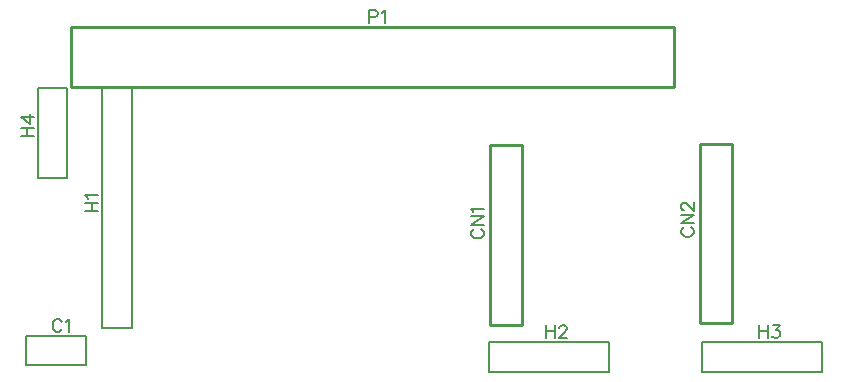
<source format=gto>
G04 Layer: TopSilkscreenLayer*
G04 EasyEDA v6.5.5, 2022-06-30 12:06:16*
G04 14c6360a081142a8b98b93fd51069ae2,59b13081229d43bfb627b6405b151bcb,10*
G04 Gerber Generator version 0.2*
G04 Scale: 100 percent, Rotated: No, Reflected: No *
G04 Dimensions in millimeters *
G04 leading zeros omitted , absolute positions ,4 integer and 5 decimal *
%FSLAX45Y45*%
%MOMM*%

%ADD10C,0.2540*%
%ADD12C,0.2032*%
%ADD21C,0.2030*%
%ADD22C,0.1524*%

%LPD*%
D22*
X1208278Y6617208D02*
G01*
X1202944Y6627621D01*
X1192529Y6638036D01*
X1182370Y6643115D01*
X1161542Y6643115D01*
X1151128Y6638036D01*
X1140713Y6627621D01*
X1135379Y6617208D01*
X1130300Y6601460D01*
X1130300Y6575552D01*
X1135379Y6560058D01*
X1140713Y6549644D01*
X1151128Y6539229D01*
X1161542Y6534150D01*
X1182370Y6534150D01*
X1192529Y6539229D01*
X1202944Y6549644D01*
X1208278Y6560058D01*
X1242568Y6622287D02*
G01*
X1252981Y6627621D01*
X1268476Y6643115D01*
X1268476Y6534150D01*
X1408684Y7556500D02*
G01*
X1517650Y7556500D01*
X1408684Y7629144D02*
G01*
X1517650Y7629144D01*
X1460500Y7556500D02*
G01*
X1460500Y7629144D01*
X1429512Y7663434D02*
G01*
X1424178Y7673847D01*
X1408684Y7689595D01*
X1517650Y7689595D01*
X5308600Y6592315D02*
G01*
X5308600Y6483350D01*
X5381243Y6592315D02*
G01*
X5381243Y6483350D01*
X5308600Y6540500D02*
G01*
X5381243Y6540500D01*
X5420868Y6566408D02*
G01*
X5420868Y6571487D01*
X5425947Y6581902D01*
X5431281Y6587236D01*
X5441695Y6592315D01*
X5462270Y6592315D01*
X5472684Y6587236D01*
X5478018Y6581902D01*
X5483097Y6571487D01*
X5483097Y6561073D01*
X5478018Y6550660D01*
X5467604Y6535165D01*
X5415534Y6483350D01*
X5488431Y6483350D01*
X7112000Y6592315D02*
G01*
X7112000Y6483350D01*
X7184643Y6592315D02*
G01*
X7184643Y6483350D01*
X7112000Y6540500D02*
G01*
X7184643Y6540500D01*
X7229347Y6592315D02*
G01*
X7286497Y6592315D01*
X7255509Y6550660D01*
X7271004Y6550660D01*
X7281418Y6545579D01*
X7286497Y6540500D01*
X7291831Y6524752D01*
X7291831Y6514337D01*
X7286497Y6498844D01*
X7276084Y6488429D01*
X7260590Y6483350D01*
X7245095Y6483350D01*
X7229347Y6488429D01*
X7224268Y6493510D01*
X7218934Y6503923D01*
X862584Y8191500D02*
G01*
X971550Y8191500D01*
X862584Y8264144D02*
G01*
X971550Y8264144D01*
X914400Y8191500D02*
G01*
X914400Y8264144D01*
X862584Y8350504D02*
G01*
X935228Y8298434D01*
X935228Y8376412D01*
X862584Y8350504D02*
G01*
X971550Y8350504D01*
X3810000Y9259315D02*
G01*
X3810000Y9150350D01*
X3810000Y9259315D02*
G01*
X3856736Y9259315D01*
X3872229Y9254236D01*
X3877563Y9248902D01*
X3882643Y9238487D01*
X3882643Y9222994D01*
X3877563Y9212579D01*
X3872229Y9207500D01*
X3856736Y9202165D01*
X3810000Y9202165D01*
X3916934Y9238487D02*
G01*
X3927347Y9243821D01*
X3943095Y9259315D01*
X3943095Y9150350D01*
X4698491Y7405878D02*
G01*
X4688077Y7400544D01*
X4677663Y7390129D01*
X4672584Y7379970D01*
X4672584Y7359142D01*
X4677663Y7348728D01*
X4688077Y7338313D01*
X4698491Y7332979D01*
X4714240Y7327900D01*
X4740147Y7327900D01*
X4755641Y7332979D01*
X4766056Y7338313D01*
X4776470Y7348728D01*
X4781550Y7359142D01*
X4781550Y7379970D01*
X4776470Y7390129D01*
X4766056Y7400544D01*
X4755641Y7405878D01*
X4672584Y7440168D02*
G01*
X4781550Y7440168D01*
X4672584Y7440168D02*
G01*
X4781550Y7512812D01*
X4672584Y7512812D02*
G01*
X4781550Y7512812D01*
X4693411Y7547102D02*
G01*
X4688077Y7557515D01*
X4672584Y7573010D01*
X4781550Y7573010D01*
X6476491Y7418578D02*
G01*
X6466077Y7413244D01*
X6455663Y7402829D01*
X6450584Y7392670D01*
X6450584Y7371842D01*
X6455663Y7361428D01*
X6466077Y7351013D01*
X6476491Y7345679D01*
X6492240Y7340600D01*
X6518147Y7340600D01*
X6533641Y7345679D01*
X6544056Y7351013D01*
X6554470Y7361428D01*
X6559550Y7371842D01*
X6559550Y7392670D01*
X6554470Y7402829D01*
X6544056Y7413244D01*
X6533641Y7418578D01*
X6450584Y7452868D02*
G01*
X6559550Y7452868D01*
X6450584Y7452868D02*
G01*
X6559550Y7525512D01*
X6450584Y7525512D02*
G01*
X6559550Y7525512D01*
X6476491Y7565136D02*
G01*
X6471411Y7565136D01*
X6460997Y7570215D01*
X6455663Y7575550D01*
X6450584Y7585710D01*
X6450584Y7606537D01*
X6455663Y7616952D01*
X6460997Y7622286D01*
X6471411Y7627365D01*
X6481825Y7627365D01*
X6492240Y7622286D01*
X6507734Y7611871D01*
X6559550Y7559802D01*
X6559550Y7632700D01*
D12*
X1409700Y6502400D02*
G01*
X1409700Y6250939D01*
X901700Y6250939D01*
X901700Y6502400D01*
X1409700Y6502400D01*
X1549400Y8597900D02*
G01*
X1803400Y8597900D01*
X1803400Y6565900D01*
X1549400Y6565900D01*
X1549400Y6756400D01*
D21*
X1549400Y8597900D02*
G01*
X1549400Y6756400D01*
D12*
X5842000Y6451600D02*
G01*
X5842000Y6197600D01*
X4826000Y6197600D01*
X4826000Y6451600D01*
X5016500Y6451600D01*
D21*
X5842000Y6451600D02*
G01*
X5016500Y6451600D01*
D12*
X7645400Y6451600D02*
G01*
X7645400Y6197600D01*
X6629400Y6197600D01*
X6629400Y6451600D01*
X6819900Y6451600D01*
D21*
X7645400Y6451600D02*
G01*
X6819900Y6451600D01*
D12*
X1003300Y8343900D02*
G01*
X1003300Y8597900D01*
X1254760Y8597900D01*
X1254760Y7835900D01*
X1003300Y7835900D01*
X1003300Y8343900D01*
D10*
X1282700Y8610600D02*
G01*
X6388100Y8610600D01*
X1282700Y9118600D02*
G01*
X6388100Y9118600D01*
X6388100Y9118600D02*
G01*
X6388100Y8610600D01*
X1282700Y9118600D02*
G01*
X1282700Y8610600D01*
X5100700Y6593298D02*
G01*
X5100700Y8113301D01*
X4830699Y6593298D02*
G01*
X5100700Y6593298D01*
X4830699Y8113301D02*
G01*
X4830699Y6593298D01*
X5100700Y8113301D02*
G01*
X4830699Y8113301D01*
X6878700Y6605998D02*
G01*
X6878700Y8126001D01*
X6608699Y6605998D02*
G01*
X6878700Y6605998D01*
X6608699Y8126001D02*
G01*
X6608699Y6605998D01*
X6878700Y8126001D02*
G01*
X6608699Y8126001D01*
M02*

</source>
